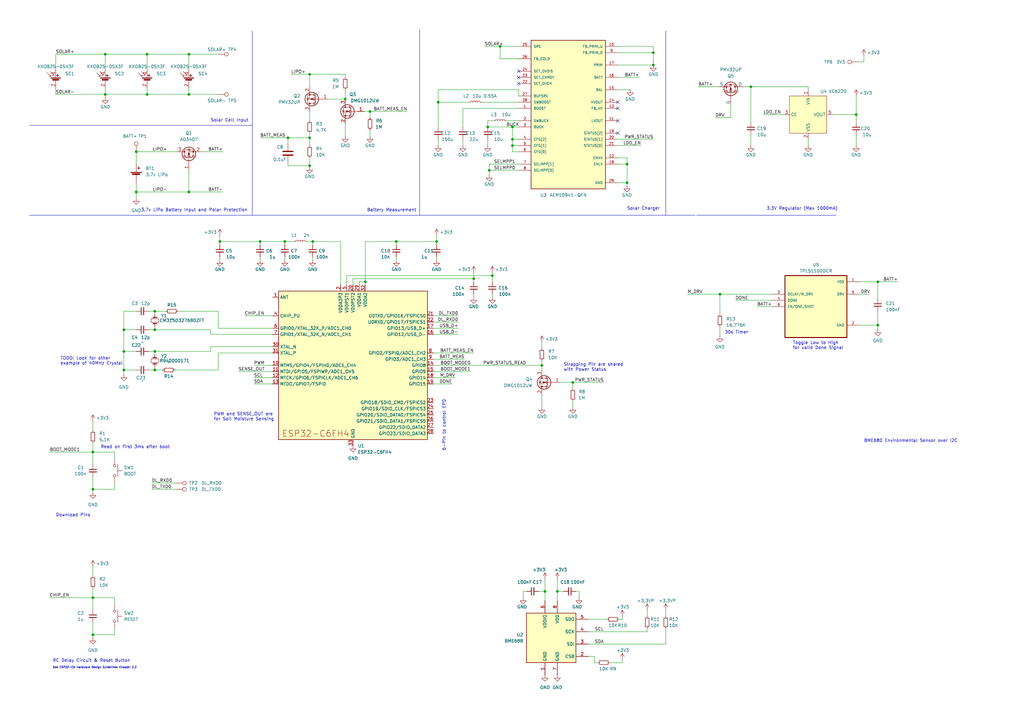
<source format=kicad_sch>
(kicad_sch (version 20230121) (generator eeschema)
  (paper "A3")
  (junction (at 351.155 46.99))
  (junction (at 205.105 19.05))
  (junction (at 77.47 38.735))
  (junction (at 106.68 99.06))
  (junction (at 210.185 52.07))
  (junction (at 127 56.515))
  (junction (at 77.47 78.74))
  (junction (at 90.17 99.06))
  (junction (at 141.605 40.64))
  (junction (at 257.175 67.31))
  (junction (at 222.25 149.86))
  (junction (at 151.765 45.72))
  (junction (at 201.93 113.03))
  (junction (at 118.11 56.515))
  (junction (at 200.025 52.07))
  (junction (at 267.97 26.67))
  (junction (at 38.1 260.35))
  (junction (at 179.705 41.91))
  (junction (at 127 30.48))
  (junction (at 60.325 38.735))
  (junction (at 63.5 127.635))
  (junction (at 38.1 185.42))
  (junction (at 295.275 120.65))
  (junction (at 50.8 144.145))
  (junction (at 43.18 38.735))
  (junction (at 128.27 99.06))
  (junction (at 210.185 57.15))
  (junction (at 360.045 115.57))
  (junction (at 63.5 135.255))
  (junction (at 200.66 69.85))
  (junction (at 116.84 99.06))
  (junction (at 210.185 59.69))
  (junction (at 63.5 144.145))
  (junction (at 223.52 242.57))
  (junction (at 55.88 78.74))
  (junction (at 38.1 245.11))
  (junction (at 127 67.945))
  (junction (at 60.325 22.225))
  (junction (at 50.8 151.765))
  (junction (at 228.6 242.57))
  (junction (at 257.175 74.93))
  (junction (at 149.86 115.57))
  (junction (at 63.5 151.765))
  (junction (at 360.045 133.35))
  (junction (at 234.95 156.845))
  (junction (at 267.97 21.59))
  (junction (at 179.07 99.06))
  (junction (at 307.975 35.56))
  (junction (at 194.31 114.3))
  (junction (at 38.1 200.66))
  (junction (at 162.56 99.06))
  (junction (at 50.8 135.255))
  (junction (at 77.47 22.225))
  (junction (at 55.88 62.23))
  (junction (at 43.18 22.225))
  (no_connect (at 253.365 44.45))
  (no_connect (at 253.365 54.61))
  (no_connect (at 253.365 41.91))
  (no_connect (at 212.725 29.21))
  (no_connect (at 212.725 34.29))
  (no_connect (at 253.365 49.53))
  (no_connect (at 212.725 31.75))
  (wire (pts (xy 38.1 185.42) (xy 38.1 190.5)))
  (wire (pts (xy 63.5 135.255) (xy 60.96 135.255)))
  (wire (pts (xy 205.105 19.05) (xy 205.105 24.13)))
  (wire (pts (xy 214.63 242.57) (xy 214.63 245.11)))
  (wire (pts (xy 304.8 35.56) (xy 307.975 35.56)))
  (wire (pts (xy 223.52 237.49) (xy 223.52 242.57)))
  (wire (pts (xy 50.8 127.635) (xy 50.8 135.255)))
  (wire (pts (xy 38.1 185.42) (xy 46.99 185.42)))
  (wire (pts (xy 46.99 198.12) (xy 46.99 200.66)))
  (wire (pts (xy 116.84 99.06) (xy 120.65 99.06)))
  (wire (pts (xy 210.185 59.69) (xy 210.185 57.15)))
  (wire (pts (xy 179.07 105.41) (xy 179.07 106.68)))
  (wire (pts (xy 63.5 144.145) (xy 63.5 145.415)))
  (wire (pts (xy 22.86 38.735) (xy 43.18 38.735)))
  (wire (pts (xy 43.18 36.195) (xy 43.18 38.735)))
  (wire (pts (xy 212.725 57.15) (xy 210.185 57.15)))
  (wire (pts (xy 234.95 156.845) (xy 234.95 159.385)))
  (wire (pts (xy 179.07 99.06) (xy 162.56 99.06)))
  (wire (pts (xy 273.05 264.16) (xy 273.05 257.81)))
  (wire (pts (xy 151.765 45.72) (xy 151.765 48.26)))
  (wire (pts (xy 253.365 21.59) (xy 267.97 21.59)))
  (wire (pts (xy 127 45.72) (xy 127 49.53)))
  (wire (pts (xy 116.84 105.41) (xy 116.84 106.68)))
  (wire (pts (xy 127 30.48) (xy 127 35.56)))
  (wire (pts (xy 253.365 74.93) (xy 257.175 74.93)))
  (wire (pts (xy 128.27 99.06) (xy 128.27 100.33)))
  (wire (pts (xy 60.325 36.195) (xy 60.325 38.735)))
  (wire (pts (xy 200.025 49.53) (xy 200.025 52.07)))
  (wire (pts (xy 212.725 59.69) (xy 210.185 59.69)))
  (wire (pts (xy 265.43 259.08) (xy 265.43 257.81)))
  (wire (pts (xy 72.39 200.66) (xy 62.23 200.66)))
  (wire (pts (xy 55.88 78.74) (xy 77.47 78.74)))
  (wire (pts (xy 212.725 36.83) (xy 179.705 36.83)))
  (polyline (pts (xy 103.505 12.7) (xy 103.505 51.435)))
  (wire (pts (xy 223.52 242.57) (xy 223.52 246.38)))
  (wire (pts (xy 162.56 105.41) (xy 162.56 106.68)))
  (wire (pts (xy 55.88 78.74) (xy 55.88 81.28)))
  (wire (pts (xy 90.17 105.41) (xy 90.17 106.68)))
  (wire (pts (xy 60.96 127.635) (xy 63.5 127.635)))
  (polyline (pts (xy 12.065 88.265) (xy 86.995 88.265)))
  (wire (pts (xy 139.7 99.06) (xy 128.27 99.06)))
  (wire (pts (xy 198.755 19.05) (xy 205.105 19.05)))
  (wire (pts (xy 86.36 137.16) (xy 86.36 135.255)))
  (wire (pts (xy 179.07 99.06) (xy 179.07 100.33)))
  (wire (pts (xy 116.84 99.06) (xy 106.68 99.06)))
  (wire (pts (xy 118.11 56.515) (xy 127 56.515)))
  (polyline (pts (xy 295.91 88.265) (xy 342.9 88.265)))
  (wire (pts (xy 90.17 99.06) (xy 106.68 99.06)))
  (wire (pts (xy 243.84 271.78) (xy 245.11 271.78)))
  (wire (pts (xy 72.39 198.12) (xy 62.23 198.12)))
  (wire (pts (xy 177.8 147.32) (xy 190.5 147.32)))
  (wire (pts (xy 38.1 185.42) (xy 38.1 181.61)))
  (wire (pts (xy 63.5 127.635) (xy 63.5 128.905)))
  (wire (pts (xy 200.025 52.07) (xy 210.185 52.07)))
  (polyline (pts (xy 285.75 88.265) (xy 295.91 88.265)))
  (wire (pts (xy 144.78 116.84) (xy 144.78 114.3)))
  (wire (pts (xy 247.65 156.845) (xy 234.95 156.845)))
  (wire (pts (xy 50.8 151.765) (xy 50.8 153.67)))
  (wire (pts (xy 60.325 22.225) (xy 60.325 28.575)))
  (wire (pts (xy 241.3 269.24) (xy 243.84 269.24)))
  (wire (pts (xy 55.88 74.93) (xy 55.88 78.74)))
  (wire (pts (xy 200.66 67.31) (xy 200.66 69.85)))
  (wire (pts (xy 179.07 96.52) (xy 179.07 99.06)))
  (wire (pts (xy 307.975 35.56) (xy 307.975 50.165)))
  (wire (pts (xy 293.37 48.26) (xy 299.72 48.26)))
  (wire (pts (xy 234.95 156.845) (xy 229.87 156.845)))
  (wire (pts (xy 177.8 134.62) (xy 187.96 134.62)))
  (wire (pts (xy 141.605 30.48) (xy 127 30.48)))
  (wire (pts (xy 38.1 260.35) (xy 38.1 261.62)))
  (wire (pts (xy 307.975 35.56) (xy 331.47 35.56)))
  (wire (pts (xy 234.95 164.465) (xy 234.95 167.005)))
  (wire (pts (xy 253.365 64.77) (xy 257.175 64.77)))
  (wire (pts (xy 149.86 115.57) (xy 149.86 116.84)))
  (wire (pts (xy 179.705 57.15) (xy 179.705 59.69)))
  (wire (pts (xy 351.155 46.99) (xy 351.155 50.165)))
  (wire (pts (xy 151.765 45.72) (xy 167.005 45.72)))
  (wire (pts (xy 43.18 22.225) (xy 60.325 22.225)))
  (wire (pts (xy 215.9 242.57) (xy 214.63 242.57)))
  (wire (pts (xy 63.5 151.765) (xy 60.96 151.765)))
  (wire (pts (xy 50.8 144.145) (xy 55.88 144.145)))
  (wire (pts (xy 46.99 185.42) (xy 46.99 187.96)))
  (wire (pts (xy 22.86 38.735) (xy 22.86 36.195)))
  (wire (pts (xy 286.385 35.56) (xy 294.64 35.56)))
  (wire (pts (xy 50.8 135.255) (xy 55.88 135.255)))
  (wire (pts (xy 310.515 125.73) (xy 316.865 125.73)))
  (wire (pts (xy 119.38 30.48) (xy 127 30.48)))
  (wire (pts (xy 301.625 123.19) (xy 316.865 123.19)))
  (wire (pts (xy 111.76 134.62) (xy 89.535 134.62)))
  (wire (pts (xy 210.185 52.07) (xy 212.725 52.07)))
  (wire (pts (xy 200.66 67.31) (xy 212.725 67.31)))
  (wire (pts (xy 104.14 157.48) (xy 111.76 157.48)))
  (wire (pts (xy 200.66 69.85) (xy 212.725 69.85)))
  (wire (pts (xy 134.62 40.64) (xy 141.605 40.64)))
  (wire (pts (xy 222.25 140.335) (xy 222.25 142.875)))
  (wire (pts (xy 63.5 144.145) (xy 86.36 144.145)))
  (wire (pts (xy 147.32 115.57) (xy 149.86 115.57)))
  (wire (pts (xy 360.045 127.635) (xy 360.045 133.35)))
  (wire (pts (xy 20.32 245.11) (xy 38.1 245.11)))
  (polyline (pts (xy 127.635 88.265) (xy 285.115 88.265)))
  (wire (pts (xy 255.27 252.73) (xy 255.27 254)))
  (wire (pts (xy 177.8 132.08) (xy 187.96 132.08)))
  (wire (pts (xy 118.11 56.515) (xy 118.11 59.055)))
  (wire (pts (xy 194.31 120.65) (xy 194.31 121.92)))
  (wire (pts (xy 104.14 149.86) (xy 111.76 149.86)))
  (wire (pts (xy 149.225 45.72) (xy 151.765 45.72)))
  (wire (pts (xy 255.27 270.51) (xy 255.27 271.78)))
  (wire (pts (xy 194.31 114.3) (xy 194.31 115.57)))
  (polyline (pts (xy 103.505 88.265) (xy 103.505 51.435)))
  (wire (pts (xy 200.025 57.15) (xy 200.025 59.69)))
  (wire (pts (xy 50.8 144.145) (xy 50.8 151.765)))
  (wire (pts (xy 118.11 67.945) (xy 127 67.945)))
  (wire (pts (xy 43.18 38.735) (xy 43.18 40.005)))
  (wire (pts (xy 351.155 55.245) (xy 351.155 59.69)))
  (wire (pts (xy 43.18 38.735) (xy 60.325 38.735)))
  (wire (pts (xy 243.84 269.24) (xy 243.84 271.78)))
  (wire (pts (xy 253.365 57.15) (xy 267.97 57.15)))
  (wire (pts (xy 77.47 22.225) (xy 89.535 22.225)))
  (wire (pts (xy 89.535 134.62) (xy 89.535 127.635)))
  (wire (pts (xy 38.1 172.72) (xy 38.1 176.53)))
  (wire (pts (xy 141.605 50.8) (xy 141.605 55.88)))
  (wire (pts (xy 77.47 38.735) (xy 89.535 38.735)))
  (wire (pts (xy 313.055 46.99) (xy 321.31 46.99)))
  (wire (pts (xy 352.425 133.35) (xy 360.045 133.35)))
  (wire (pts (xy 111.76 137.16) (xy 86.36 137.16)))
  (wire (pts (xy 50.8 135.255) (xy 50.8 144.145)))
  (wire (pts (xy 295.275 120.65) (xy 295.275 128.905)))
  (wire (pts (xy 210.185 52.07) (xy 210.185 57.15)))
  (wire (pts (xy 63.5 127.635) (xy 67.945 127.635)))
  (wire (pts (xy 352.425 120.65) (xy 356.87 120.65)))
  (wire (pts (xy 202.565 49.53) (xy 200.025 49.53)))
  (wire (pts (xy 228.6 237.49) (xy 228.6 242.57)))
  (wire (pts (xy 331.47 35.56) (xy 331.47 36.83)))
  (wire (pts (xy 341.63 46.99) (xy 351.155 46.99)))
  (wire (pts (xy 22.86 22.225) (xy 43.18 22.225)))
  (wire (pts (xy 127 64.77) (xy 127 67.945)))
  (polyline (pts (xy 12.065 51.435) (xy 103.505 51.435)))
  (wire (pts (xy 38.1 245.11) (xy 38.1 241.3)))
  (wire (pts (xy 237.49 242.57) (xy 237.49 245.11)))
  (wire (pts (xy 241.3 254) (xy 248.92 254)))
  (wire (pts (xy 55.88 62.23) (xy 72.39 62.23)))
  (wire (pts (xy 360.045 115.57) (xy 352.425 115.57)))
  (wire (pts (xy 201.93 113.03) (xy 201.93 115.57)))
  (wire (pts (xy 63.5 151.765) (xy 66.675 151.765)))
  (wire (pts (xy 139.7 99.06) (xy 139.7 116.84)))
  (wire (pts (xy 212.725 39.37) (xy 212.725 36.83)))
  (wire (pts (xy 331.47 57.15) (xy 331.47 59.69)))
  (wire (pts (xy 97.79 152.4) (xy 111.76 152.4)))
  (wire (pts (xy 77.47 78.74) (xy 91.44 78.74)))
  (wire (pts (xy 257.175 64.77) (xy 257.175 67.31)))
  (wire (pts (xy 127 54.61) (xy 127 56.515)))
  (wire (pts (xy 177.8 137.16) (xy 187.96 137.16)))
  (wire (pts (xy 60.325 38.735) (xy 77.47 38.735)))
  (wire (pts (xy 60.96 144.145) (xy 63.5 144.145)))
  (wire (pts (xy 212.725 44.45) (xy 189.865 44.45)))
  (wire (pts (xy 147.32 116.84) (xy 147.32 115.57)))
  (polyline (pts (xy 172.085 88.265) (xy 172.085 12.065)))
  (wire (pts (xy 142.24 116.84) (xy 142.24 113.03)))
  (wire (pts (xy 162.56 99.06) (xy 162.56 100.33)))
  (wire (pts (xy 295.275 120.65) (xy 316.865 120.65)))
  (wire (pts (xy 360.045 115.57) (xy 360.045 122.555)))
  (wire (pts (xy 205.105 19.05) (xy 212.725 19.05)))
  (wire (pts (xy 177.8 157.48) (xy 185.42 157.48)))
  (wire (pts (xy 90.17 99.06) (xy 90.17 100.33)))
  (wire (pts (xy 201.93 120.65) (xy 201.93 121.92)))
  (wire (pts (xy 63.5 135.255) (xy 86.36 135.255)))
  (wire (pts (xy 106.68 99.06) (xy 106.68 100.33)))
  (wire (pts (xy 197.485 41.91) (xy 212.725 41.91)))
  (wire (pts (xy 90.17 96.52) (xy 90.17 99.06)))
  (wire (pts (xy 177.8 144.78) (xy 194.31 144.78)))
  (wire (pts (xy 241.3 259.08) (xy 265.43 259.08)))
  (wire (pts (xy 201.93 113.03) (xy 201.93 111.76)))
  (wire (pts (xy 141.605 36.83) (xy 141.605 40.64)))
  (wire (pts (xy 43.18 22.225) (xy 43.18 28.575)))
  (wire (pts (xy 212.725 62.23) (xy 210.185 62.23)))
  (wire (pts (xy 253.365 31.75) (xy 262.255 31.75)))
  (wire (pts (xy 111.76 144.78) (xy 89.535 144.78)))
  (wire (pts (xy 111.76 142.24) (xy 86.36 142.24)))
  (wire (pts (xy 149.86 99.06) (xy 162.56 99.06)))
  (wire (pts (xy 177.8 129.54) (xy 187.96 129.54)))
  (wire (pts (xy 212.725 24.13) (xy 205.105 24.13)))
  (wire (pts (xy 77.47 69.85) (xy 77.47 78.74)))
  (wire (pts (xy 38.1 200.66) (xy 38.1 201.93)))
  (polyline (pts (xy 86.995 88.265) (xy 127.635 88.265)))
  (wire (pts (xy 222.25 161.925) (xy 222.25 167.005)))
  (wire (pts (xy 222.25 149.86) (xy 222.25 151.765)))
  (wire (pts (xy 127 67.945) (xy 127 68.58)))
  (wire (pts (xy 38.1 245.11) (xy 46.99 245.11)))
  (wire (pts (xy 360.045 133.35) (xy 360.045 135.255)))
  (wire (pts (xy 149.86 99.06) (xy 149.86 115.57)))
  (wire (pts (xy 295.275 133.985) (xy 295.275 137.795)))
  (wire (pts (xy 351.79 25.4) (xy 354.33 25.4)))
  (wire (pts (xy 281.94 120.65) (xy 295.275 120.65)))
  (wire (pts (xy 177.8 149.86) (xy 222.25 149.86)))
  (wire (pts (xy 222.25 147.955) (xy 222.25 149.86)))
  (wire (pts (xy 179.705 41.91) (xy 179.705 52.07)))
  (wire (pts (xy 228.6 242.57) (xy 231.14 242.57)))
  (wire (pts (xy 189.865 57.15) (xy 189.865 59.69)))
  (wire (pts (xy 125.73 99.06) (xy 128.27 99.06)))
  (wire (pts (xy 179.705 41.91) (xy 192.405 41.91)))
  (wire (pts (xy 253.365 59.69) (xy 262.89 59.69)))
  (wire (pts (xy 368.3 115.57) (xy 360.045 115.57)))
  (wire (pts (xy 257.175 67.31) (xy 257.175 74.93)))
  (wire (pts (xy 241.3 264.16) (xy 273.05 264.16)))
  (wire (pts (xy 144.78 114.3) (xy 194.31 114.3)))
  (wire (pts (xy 255.27 254) (xy 254 254)))
  (wire (pts (xy 179.705 36.83) (xy 179.705 41.91)))
  (wire (pts (xy 127 56.515) (xy 127 59.69)))
  (wire (pts (xy 73.025 127.635) (xy 89.535 127.635)))
  (wire (pts (xy 46.99 200.66) (xy 38.1 200.66)))
  (wire (pts (xy 100.33 129.54) (xy 111.76 129.54)))
  (wire (pts (xy 55.88 62.23) (xy 55.88 67.31)))
  (wire (pts (xy 299.72 43.18) (xy 299.72 48.26)))
  (wire (pts (xy 354.33 25.4) (xy 354.33 22.86)))
  (wire (pts (xy 50.8 127.635) (xy 55.88 127.635)))
  (wire (pts (xy 71.755 151.765) (xy 89.535 151.765)))
  (wire (pts (xy 210.185 62.23) (xy 210.185 59.69)))
  (wire (pts (xy 77.47 36.195) (xy 77.47 38.735)))
  (wire (pts (xy 20.32 185.42) (xy 38.1 185.42)))
  (wire (pts (xy 228.6 242.57) (xy 228.6 246.38)))
  (wire (pts (xy 46.99 260.35) (xy 38.1 260.35)))
  (wire (pts (xy 253.365 36.83) (xy 258.445 36.83)))
  (wire (pts (xy 63.5 150.495) (xy 63.5 151.765)))
  (wire (pts (xy 200.66 71.755) (xy 200.66 69.85)))
  (wire (pts (xy 253.365 26.67) (xy 267.97 26.67)))
  (wire (pts (xy 106.68 56.515) (xy 118.11 56.515)))
  (wire (pts (xy 77.47 22.225) (xy 77.47 28.575)))
  (wire (pts (xy 46.99 257.81) (xy 46.99 260.35)))
  (wire (pts (xy 106.68 105.41) (xy 106.68 106.68)))
  (wire (pts (xy 50.8 151.765) (xy 55.88 151.765)))
  (wire (pts (xy 38.1 255.27) (xy 38.1 260.35)))
  (wire (pts (xy 351.155 39.37) (xy 351.155 46.99)))
  (wire (pts (xy 46.99 245.11) (xy 46.99 247.65)))
  (wire (pts (xy 265.43 250.19) (xy 265.43 252.73)))
  (wire (pts (xy 151.765 53.34) (xy 151.765 55.88)))
  (wire (pts (xy 253.365 67.31) (xy 257.175 67.31)))
  (wire (pts (xy 307.975 55.245) (xy 307.975 59.69)))
  (wire (pts (xy 38.1 195.58) (xy 38.1 200.66)))
  (wire (pts (xy 60.325 22.225) (xy 77.47 22.225)))
  (wire (pts (xy 63.5 133.985) (xy 63.5 135.255)))
  (polyline (pts (xy 273.05 12.7) (xy 273.05 88.265)))
  (wire (pts (xy 207.645 49.53) (xy 212.725 49.53)))
  (wire (pts (xy 89.535 144.78) (xy 89.535 151.765)))
  (wire (pts (xy 273.05 250.19) (xy 273.05 252.73)))
  (wire (pts (xy 142.24 113.03) (xy 201.93 113.03)))
  (wire (pts (xy 38.1 245.11) (xy 38.1 250.19)))
  (wire (pts (xy 255.27 271.78) (xy 250.19 271.78)))
  (wire (pts (xy 38.1 232.41) (xy 38.1 236.22)))
  (wire (pts (xy 116.84 100.33) (xy 116.84 99.06)))
  (wire (pts (xy 128.27 105.41) (xy 128.27 106.68)))
  (wire (pts (xy 189.865 44.45) (xy 189.865 52.07)))
  (wire (pts (xy 236.22 242.57) (xy 237.49 242.57)))
  (wire (pts (xy 267.97 21.59) (xy 267.97 26.67)))
  (wire (pts (xy 253.365 19.05) (xy 267.97 19.05)))
  (wire (pts (xy 118.11 66.675) (xy 118.11 67.945)))
  (wire (pts (xy 194.31 111.76) (xy 194.31 114.3)))
  (wire (pts (xy 267.97 19.05) (xy 267.97 21.59)))
  (wire (pts (xy 177.8 152.4) (xy 193.04 152.4)))
  (wire (pts (xy 86.36 142.24) (xy 86.36 144.145)))
  (wire (pts (xy 223.52 242.57) (xy 220.98 242.57)))
  (wire (pts (xy 141.605 31.75) (xy 141.605 30.48)))
  (wire (pts (xy 177.8 154.94) (xy 186.69 154.94)))
  (wire (pts (xy 104.14 154.94) (xy 111.76 154.94)))
  (wire (pts (xy 22.86 22.225) (xy 22.86 28.575)))
  (wire (pts (xy 82.55 62.23) (xy 91.44 62.23)))
  (wire (pts (xy 257.175 74.93) (xy 257.175 76.2)))
  (text "Download Pins" (at 22.86 212.09 0) (effects (font (size 1.27 1.27)) (justify left bottom)))
  (text "30s Timer" (at 297.18 137.16 0) (effects (font (size 1.27 1.27)) (justify left bottom)))
  (text "See ESP32-C6 Hardware Design Guidelines Chapter 2.2" (at 21.59 274.32 0) (effects (font (size 0.8 0.8)) (justify left bottom)))
  (text "Read on first 3ms after boot" (at 41.275 184.15 0) (effects (font (size 1.27 1.27)) (justify left bottom)))
  (text "Battery Measurement" (at 150.495 86.995 0) (effects (font (size 1.27 1.27)) (justify left bottom)))
  (text "TODO: Look for other \nexample of 40MHz Crystal" (at 24.765 149.86 0) (effects (font (size 1.27 1.27)) (justify left bottom)))
  (text "3.3V Regulator (Max 1000mA)" (at 314.325 86.36 0) (effects (font (size 1.27 1.27)) (justify left bottom)))
  (text "BME680 Environmental Sensor over I2C" (at 354.33 181.61 0) (effects (font (size 1.27 1.27)) (justify left bottom)))
  (text "RC Delay Circuit & Reset Button" (at 21.59 271.78 0) (effects (font (size 1.27 1.27)) (justify left bottom)))
  (text "3.7v LiPo Battery Input and Polar Protection" (at 57.785 86.995 0) (effects (font (size 1.27 1.27)) (justify left bottom)))
  (text "Strapping Pin are shared \nwith Power Status" (at 231.14 152.4 0) (effects (font (size 1.27 1.27)) (justify left bottom)))
  (text "Solar Cell Input" (at 86.36 50.165 0) (effects (font (size 1.27 1.27)) (justify left bottom)))
  (text "Toggle Low to High \nfor valid Done Signal" (at 325.12 143.51 0) (effects (font (size 1.27 1.27)) (justify left bottom)))
  (text "PWM and SENSE_OUT are \nfor Soil Moisture Sensing" (at 87.63 172.72 0) (effects (font (size 1.27 1.27)) (justify left bottom)))
  (text "Solar Charger" (at 257.175 86.36 0) (effects (font (size 1.27 1.27)) (justify left bottom)))
  (text "6-Pin to control EPD" (at 182.88 163.83 90) (effects (font (size 1.27 1.27)) (justify right bottom)))
  (label "BATT+" (at 262.255 31.75 180))
  (label "BOOT_MODE1" (at 20.32 185.42 0))
  (label "SENSE_OUT" (at 97.79 152.4 0))
  (label "USB_D-" (at 187.96 137.16 180))
  (label "PWR_STATUS" (at 247.65 156.845 180))
  (label "SOLAR-" (at 22.86 38.735 0))
  (label "BATT-" (at 91.44 78.74 180))
  (label "DL_TXD0" (at 62.23 200.66 0))
  (label "PWM" (at 104.14 149.86 0))
  (label "PWR_STATUS_READ" (at 198.12 149.86 0))
  (label "BATT+" (at 368.3 115.57 180))
  (label "SCL" (at 104.14 154.94 0))
  (label "M_DRV" (at 281.94 120.65 0))
  (label "DONE" (at 185.42 157.48 180))
  (label "LIPO+" (at 68.58 62.23 180))
  (label "LIPO+" (at 119.38 30.48 0))
  (label "SDA" (at 247.65 264.16 180))
  (label "USB_D+" (at 187.96 134.62 180))
  (label "BATT_MEAS_EN" (at 167.005 45.72 180))
  (label "BOOT_MODE0" (at 193.04 149.86 180))
  (label "BATT+" (at 91.44 62.23 180))
  (label "LIPO-" (at 68.58 78.74 180))
  (label "BATT+" (at 286.385 35.56 0))
  (label "DL_TXD0" (at 187.96 129.54 180))
  (label "BATT_MEAS_EN" (at 194.31 144.78 180))
  (label "DL_RXD0" (at 62.23 198.12 0))
  (label "PWR_STATUS" (at 267.97 57.15 180))
  (label "CHIP_EN" (at 20.32 245.11 0))
  (label "DRV" (at 356.87 120.65 180))
  (label "SDA" (at 104.14 157.48 0))
  (label "LDO_EN" (at 262.89 59.69 180))
  (label "SCL" (at 247.65 259.08 180))
  (label "BATT+" (at 310.515 125.73 0))
  (label "SOLAR+" (at 22.86 22.225 0))
  (label "BATT_MEAS" (at 106.68 56.515 0))
  (label "DRV" (at 293.37 48.26 0))
  (label "LDO_EN" (at 313.055 46.99 0))
  (label "DONE" (at 301.625 123.19 0))
  (label "DL_RXD0" (at 187.96 132.08 180))
  (label "BUCK" (at 207.645 52.07 0))
  (label "BOOT_MODE1" (at 193.04 152.4 180))
  (label "CHIP_EN" (at 100.33 129.54 0))
  (label "M_DRV" (at 186.69 154.94 180))
  (label "SOLAR+" (at 198.755 19.05 0))
  (label "SELMPP1" (at 202.565 67.31 0))
  (label "SELMPP0" (at 202.565 69.85 0))
  (label "BATT_MEAS" (at 190.5 147.32 180))
  (symbol (lib_id "power:GND") (at 200.66 71.755 0) (unit 1)
    (property "Reference" "#PWR025" (effects hide))
    (property "Value" "GND" (at 200.66 75.565 0))
  )
  (symbol (lib_id "Device:C_Small") (at 58.42 144.145 90) (unit 1)
    (property "Reference" "C22" (at 55.88 141.605 90))
    (property "Value" "~" (at 58.4263 140.335 90))
  )
  (symbol (lib_name "Solar_Cell_1") (lib_id "Device:Solar_Cell") (at 60.325 33.655 0) (unit 1)
    (property "Reference" "SC3" (at 64.135 30.2259 0) (effects (justify left)))
    (property "Value" "KXOB25-05X3F" (at 52.705 27.305 0) (effects (justify left)))
    (property "Footprint" "Teapot:KXOB25-05X3F" (effects hide))
  )
  (symbol (lib_id "power:+3V3") (at 194.31 111.76 0) (unit 1)
    (property "Reference" "#PWR022" (effects hide))
    (property "Value" "+3V3" (at 193.04 110.49 0) (effects (justify right)))
  )
  (symbol (lib_id "Device:C_Small") (at 233.68 242.57 270) (unit 1)
    (property "Reference" "C18" (at 233.68 238.76 90) (effects (justify right)))
    (property "Value" "100nF" (at 240.03 238.76 90) (effects (justify right)))
    (property "Footprint" "Capacitor_SMD:C_0603_1608Metric_Pad1.08x0.95mm_HandSolder" (effects hide))
  )
  (symbol (lib_id "Device:L_Small") (at 194.945 41.91 90) (unit 1)
    (property "Reference" "L2" (at 191.135 39.37 90))
    (property "Value" "10u 0.55A" (at 198.755 39.37 90))
    (property "Footprint" "Teapot:IND_LPS4012-103MRB" (effects hide))
    (property "Datasheet" "https://www.mouser.com/datasheet/2/597/lps4012-1890589.pdf" (effects hide))
    (property "Mouser" "https://www.mouser.com/ProductDetail/Coilcraft/LPS4012-103MRC?qs=QQJxVsr8EGanxcNaj8pdMQ%3D%3D" (effects hide))
  )
  (symbol (lib_id "Device:L_Small") (at 123.19 99.06 90) (unit 1)
    (property "Reference" "L1" (at 120.65 96.52 90))
    (property "Value" "2n" (at 125.73 96.52 90))
    (property "Footprint" "Inductor_SMD:L_0603_1608Metric_Pad1.05x0.95mm_HandSolder" (effects hide))
    (property "Datasheet" "https://product.tdk.com/system/files/dam/doc/product/inductor/inductor/smd/catalog/inductor_commercial_decoupling_mlz1608_en.pdf" (effects hide))
    (property "Mouser" "https://www.mouser.com/ProductDetail/TDK/MLZ1608M100WT000?qs=%2FPzWLGNeQ%252BhHN1hJXc9KlA%3D%3D" (effects hide))
  )
  (symbol (lib_id "Switch:SW_Push") (at 46.99 193.04 270) (unit 1)
    (property "Reference" "SW1" (at 50.8 191.77 90) (effects (justify left)))
    (property "Value" "BOOT" (at 50.8 194.31 90) (effects (justify left)))
  )
  (symbol (lib_id "power:GND") (at 228.6 276.86 0) (unit 1)
    (property "Reference" "#PWR034" (effects hide))
    (property "Value" "GND" (at 228.6 281.94 0))
  )
  (symbol (lib_id "Device:Q_NMOS_GSD") (at 144.145 45.72 0) (mirror y) (unit 1)
    (property "Reference" "Q3" (at 146.05 38.735 0) (effects (justify left)))
    (property "Value" "DMG1012UW" (at 155.575 41.275 0) (effects (justify left)))
    (property "Footprint" "Package_TO_SOT_SMD:SOT-323_SC-70" (effects hide))
  )
  (symbol (lib_id "power:GND") (at 214.63 245.11 0) (unit 1)
    (property "Reference" "#PWR028" (effects hide))
    (property "Value" "GND" (at 212.09 248.92 0) (effects (justify left)))
  )
  (symbol (lib_id "Connector:TestPoint") (at 89.535 38.735 270) (unit 1)
    (property "Reference" "TP5" (at 95.25 41.275 90))
    (property "Value" "SOLAR-" (at 88.9 41.275 90))
    (property "Footprint" "TestPoint:TestPoint_Pad_D1.5mm" (effects hide))
  )
  (symbol (lib_id "power:GND") (at 234.95 167.005 0) (mirror y) (unit 1)
    (property "Reference" "#PWR035" (effects hide))
    (property "Value" "GND" (at 234.95 170.815 0))
  )
  (symbol (lib_id "Device:C_Small") (at 162.56 102.87 0) (mirror y) (unit 1)
    (property "Reference" "C10" (at 156.21 102.87 0) (effects (justify right)))
    (property "Value" "10n" (at 156.21 105.41 0) (effects (justify right)))
    (property "Footprint" "Capacitor_SMD:C_0603_1608Metric_Pad1.08x0.95mm_HandSolder" (effects hide))
    (property "Datasheet" "https://product.tdk.com/system/files/dam/doc/product/capacitor/ceramic/mlcc/catalog/mlcc_commercial_general_en.pdf" (effects hide))
    (property "Mouser" "https://www.mouser.com/ProductDetail/Murata-Electronics/GRM188R61A226ME15D?qs=eeBpzGFlv%252B8DV%2FrilzyhAw%3D%3D&gclid=Cj0KCQjwn4qWBhCvARIsAFNAMijttFPRtrXWYJjjdc3F7Yr8ZlLfo9gaIVHNlfh9bZOT-ul2jVOpdVYaAk1sEALw_wcB" (effects hide))
  )
  (symbol (lib_id "Device:R_Small") (at 127 62.23 0) (unit 1)
    (property "Reference" "R4" (at 129.54 60.9599 0) (effects (justify left)))
    (property "Value" "10K" (at 129.54 63.4999 0) (effects (justify left)))
    (property "Footprint" "Resistor_SMD:R_0603_1608Metric" (effects hide))
  )
  (symbol (lib_id "Device:Q_NMOS_GSD") (at 224.79 156.845 0) (mirror y) (unit 1)
    (property "Reference" "Q4" (at 218.44 155.5749 0) (effects (justify left)))
    (property "Value" "DMG1012UW" (at 218.44 158.1149 0) (effects (justify left)))
    (property "Footprint" "Package_TO_SOT_SMD:SOT-323_SC-70" (effects hide))
  )
  (symbol (lib_id "Connector:TestPoint") (at 89.535 22.225 270) (unit 1)
    (property "Reference" "TP4" (at 95.25 20.32 90))
    (property "Value" "SOLAR+" (at 88.9 20.32 90))
    (property "Footprint" "TestPoint:TestPoint_Pad_D1.5mm" (effects hide))
  )
  (symbol (lib_id "Connector:TestPoint") (at 55.88 62.23 0) (unit 1)
    (property "Reference" "TP1" (at 58.42 55.88 0))
    (property "Value" "BATT+" (at 53.34 55.88 0))
    (property "Footprint" "TestPoint:TestPoint_Pad_D1.5mm" (effects hide))
  )
  (symbol (lib_id "Device:C_Small") (at 58.42 135.255 90) (mirror x) (unit 1)
    (property "Reference" "C4" (at 55.245 138.43 90))
    (property "Value" "12p" (at 59.69 138.43 90))
  )
  (symbol (lib_id "Sensor:BME680") (at 226.06 261.62 0) (unit 1)
    (property "Reference" "U2" (at 214.63 260.35 0) (effects (justify right)))
    (property "Value" "BME688" (at 214.63 262.89 0) (effects (justify right)))
    (property "Footprint" "Teapot:BME680-PSON80P300X300X100-8N" (effects hide))
    (property "Datasheet" "https://ae-bst.resource.bosch.com/media/_tech/media/datasheets/BST-BME680-DS001.pdf" (effects hide))
  )
  (symbol (lib_id "Device:C_Small") (at 106.68 102.87 0) (unit 1)
    (property "Reference" "C6" (at 111.76 102.87 0) (effects (justify right)))
    (property "Value" "1u" (at 113.03 105.41 0) (effects (justify right)))
    (property "Footprint" "Capacitor_SMD:C_0603_1608Metric_Pad1.08x0.95mm_HandSolder" (effects hide))
    (property "Datasheet" "https://product.tdk.com/system/files/dam/doc/product/capacitor/ceramic/mlcc/catalog/mlcc_commercial_general_en.pdf" (effects hide))
    (property "Mouser" "https://www.mouser.com/ProductDetail/Murata-Electronics/GRM188R61A226ME15D?qs=eeBpzGFlv%252B8DV%2FrilzyhAw%3D%3D&gclid=Cj0KCQjwn4qWBhCvARIsAFNAMijttFPRtrXWYJjjdc3F7Yr8ZlLfo9gaIVHNlfh9bZOT-ul2jVOpdVYaAk1sEALw_wcB" (effects hide))
  )
  (symbol (lib_id "Device:R_Small") (at 273.05 255.27 0) (unit 1)
    (property "Reference" "R12" (at 274.32 254 0) (effects (justify left)))
    (property "Value" "10K" (at 274.32 256.54 0) (effects (justify left)))
    (property "Footprint" "Resistor_SMD:R_0603_1608Metric" (effects hide))
  )
  (symbol (lib_id "power:GND") (at 128.27 106.68 0) (unit 1)
    (property "Reference" "#PWR013" (effects hide))
    (property "Value" "GND" (at 128.27 110.49 0))
  )
  (symbol (lib_id "power:GND") (at 331.47 59.69 0) (unit 1)
    (property "Reference" "#PWR046" (effects hide))
    (property "Value" "GND" (at 331.47 63.5 0))
  )
  (symbol (lib_id "power:+3V3") (at 255.27 252.73 0) (mirror y) (unit 1)
    (property "Reference" "#PWR037" (effects hide))
    (property "Value" "+3V3" (at 252.73 248.92 0) (effects (justify right)))
  )
  (symbol (lib_id "Device:R_Small") (at 127 52.07 0) (unit 1)
    (property "Reference" "R3" (at 129.54 50.7999 0) (effects (justify left)))
    (property "Value" "4.7K" (at 129.54 53.3399 0) (effects (justify left)))
    (property "Footprint" "Resistor_SMD:R_0603_1608Metric" (effects hide))
  )
  (symbol (lib_name "Solar_Cell_1") (lib_id "Device:Solar_Cell") (at 22.86 33.655 0) (unit 1)
    (property "Reference" "SC1" (at 26.67 30.2259 0) (effects (justify left)))
    (property "Value" "KXOB25-05X3F" (at 15.24 27.305 0) (effects (justify left)))
    (property "Footprint" "Teapot:KXOB25-05X3F" (effects hide))
  )
  (symbol (lib_id "Device:C_Small") (at 128.27 102.87 0) (unit 1)
    (property "Reference" "C9" (at 133.35 102.87 0) (effects (justify right)))
    (property "Value" "100n" (at 134.62 105.41 0) (effects (justify right)))
    (property "Footprint" "Capacitor_SMD:C_0603_1608Metric_Pad1.08x0.95mm_HandSolder" (effects hide))
    (property "Datasheet" "https://product.tdk.com/system/files/dam/doc/product/capacitor/ceramic/mlcc/catalog/mlcc_commercial_general_en.pdf" (effects hide))
    (property "Mouser" "https://www.mouser.com/ProductDetail/Murata-Electronics/GRM188R61A226ME15D?qs=eeBpzGFlv%252B8DV%2FrilzyhAw%3D%3D&gclid=Cj0KCQjwn4qWBhCvARIsAFNAMijttFPRtrXWYJjjdc3F7Yr8ZlLfo9gaIVHNlfh9bZOT-ul2jVOpdVYaAk1sEALw_wcB" (effects hide))
  )
  (symbol (lib_id "cwlr1a:TPL5110DDCR") (at 334.645 125.73 0) (unit 1)
    (property "Reference" "U5" (at 334.645 108.585 0))
    (property "Value" "TPL5110DDCR" (at 334.645 111.125 0))
    (property "Footprint" "Teapot:SOT95P280X110-6N" (effects hide))
  )
  (symbol (lib_id "power:GND") (at 201.93 121.92 0) (unit 1)
    (property "Reference" "#PWR027" (effects hide))
    (property "Value" "GND" (at 201.93 125.73 0))
  )
  (symbol (lib_id "Connector:TestPoint") (at 72.39 200.66 270) (unit 1)
    (property "Reference" "TP3" (at 77.47 200.66 90) (effects (justify left)))
    (property "Value" "DL_TXD0" (at 82.55 200.66 90) (effects (justify left)))
  )
  (symbol (lib_id "power:GND") (at 127 68.58 0) (unit 1)
    (property "Reference" "#PWR012" (effects hide))
    (property "Value" "GND" (at 127 72.39 0))
  )
  (symbol (lib_id "Device:R_Small") (at 222.25 145.415 0) (unit 1)
    (property "Reference" "R7" (at 224.79 144.145 0) (effects (justify left)))
    (property "Value" "10K" (at 224.79 146.685 0) (effects (justify left)))
  )
  (symbol (lib_id "power:+3.3VP") (at 265.43 250.19 0) (unit 1)
    (property "Reference" "#PWR041" (effects hide))
    (property "Value" "+3.3VP" (at 264.795 246.38 0))
  )
  (symbol (lib_id "Connector:TestPoint") (at 72.39 198.12 270) (unit 1)
    (property "Reference" "TP2" (at 77.47 198.12 90) (effects (justify left)))
    (property "Value" "DL_RXD0" (at 82.55 198.12 90) (effects (justify left)))
  )
  (symbol (lib_id "Device:R_Small") (at 247.65 271.78 270) (mirror x) (unit 1)
    (property "Reference" "R9" (at 251.46 274.32 90))
    (property "Value" "10K" (at 247.65 274.32 90))
    (property "Footprint" "Resistor_SMD:R_0603_1608Metric_Pad0.98x0.95mm_HandSolder" (effects hide))
  )
  (symbol (lib_id "power:GND") (at 179.705 59.69 0) (unit 1)
    (property "Reference" "#PWR020" (effects hide))
    (property "Value" "GND" (at 179.705 63.5 0))
  )
  (symbol (lib_id "Device:C_Small") (at 58.42 151.765 90) (mirror x) (unit 1)
    (property "Reference" "C23" (at 57.785 154.94 90))
    (property "Value" "~" (at 58.4263 156.21 90))
  )
  (symbol (lib_id "Device:Q_PMOS_GSD") (at 77.47 64.77 90) (unit 1)
    (property "Reference" "Q1" (at 77.47 54.61 90))
    (property "Value" "AO3407" (at 77.47 57.15 90))
    (property "Footprint" "Package_TO_SOT_SMD:SOT-23" (effects hide))
  )
  (symbol (lib_id "Teapot:XC6220") (at 331.47 39.37 0) (unit 1)
    (property "Reference" "U4" (at 337.82 37.465 0))
    (property "Value" "XC6220" (at 343.535 37.465 0))
    (property "Footprint" "Package_TO_SOT_SMD:SOT-23-5" (effects hide))
    (property "Datasheet" "https://www.mouser.com/datasheet/2/760/TOSL_S_A0009829727_1-2575077.pdf" (effects hide))
  )
  (symbol (lib_id "power:+3V3") (at 38.1 172.72 0) (mirror y) (unit 1)
    (property "Reference" "#PWR01" (effects hide))
    (property "Value" "+3V3" (at 39.37 171.45 0) (effects (justify right)))
  )
  (symbol (lib_id "Device:C_Small") (at 360.045 125.095 0) (unit 1)
    (property "Reference" "C21" (at 363.22 124.4663 0) (effects (justify left)))
    (property "Value" "100nF" (at 363.22 127.0063 0) (effects (justify left)))
    (property "Footprint" "Capacitor_SMD:C_0603_1608Metric" (effects hide))
  )
  (symbol (lib_name "GND_1") (lib_id "power:GND") (at 38.1 201.93 0) (unit 1)
    (property "Reference" "#PWR02" (effects hide))
    (property "Value" "GND" (at 38.1 207.01 0))
  )
  (symbol (lib_id "Device:C_Small") (at 179.07 102.87 0) (mirror y) (unit 1)
    (property "Reference" "C11" (at 173.99 102.87 0) (effects (justify right)))
    (property "Value" "1u" (at 172.72 105.41 0) (effects (justify right)))
    (property "Footprint" "Capacitor_SMD:C_0603_1608Metric_Pad1.08x0.95mm_HandSolder" (effects hide))
    (property "Datasheet" "https://product.tdk.com/system/files/dam/doc/product/capacitor/ceramic/mlcc/catalog/mlcc_commercial_general_en.pdf" (effects hide))
    (property "Mouser" "https://www.mouser.com/ProductDetail/Murata-Electronics/GRM188R61A226ME15D?qs=eeBpzGFlv%252B8DV%2FrilzyhAw%3D%3D&gclid=Cj0KCQjwn4qWBhCvARIsAFNAMijttFPRtrXWYJjjdc3F7Yr8ZlLfo9gaIVHNlfh9bZOT-ul2jVOpdVYaAk1sEALw_wcB" (effects hide))
  )
  (symbol (lib_id "Device:C_Small") (at 194.31 118.11 0) (unit 1)
    (property "Reference" "C14" (at 190.5 118.11 0) (effects (justify right)))
    (property "Value" "100n" (at 190.5 120.65 0) (effects (justify right)))
    (property "Footprint" "Capacitor_SMD:C_0603_1608Metric_Pad1.08x0.95mm_HandSolder" (effects hide))
    (property "Datasheet" "https://product.tdk.com/system/files/dam/doc/product/capacitor/ceramic/mlcc/catalog/mlcc_commercial_general_en.pdf" (effects hide))
    (property "Mouser" "https://www.mouser.com/ProductDetail/Murata-Electronics/GRM188R61A226ME15D?qs=eeBpzGFlv%252B8DV%2FrilzyhAw%3D%3D&gclid=Cj0KCQjwn4qWBhCvARIsAFNAMijttFPRtrXWYJjjdc3F7Yr8ZlLfo9gaIVHNlfh9bZOT-ul2jVOpdVYaAk1sEALw_wcB" (effects hide))
  )
  (symbol (lib_id "Device:C_Small") (at 58.42 127.635 90) (unit 1)
    (property "Reference" "C3" (at 55.245 124.46 90))
    (property "Value" "12p" (at 59.69 124.46 90))
  )
  (symbol (lib_id "power:GND") (at 151.765 55.88 0) (mirror y) (unit 1)
    (property "Reference" "#PWR016" (effects hide))
    (property "Value" "GND" (at 151.765 59.69 0))
  )
  (symbol (lib_id "power:GND") (at 50.8 153.67 0) (unit 1)
    (property "Reference" "#PWR051" (effects hide))
    (property "Value" "GND" (at 50.8 158.75 0))
  )
  (symbol (lib_id "Switch:SW_Push") (at 46.99 252.73 270) (unit 1)
    (property "Reference" "SW2" (at 50.8 251.46 90) (effects (justify left)))
    (property "Value" "RESET" (at 50.8 254 90) (effects (justify left)))
  )
  (symbol (lib_id "power:GND") (at 116.84 106.68 0) (unit 1)
    (property "Reference" "#PWR011" (effects hide))
    (property "Value" "GND" (at 116.84 110.49 0))
  )
  (symbol (lib_id "power:GND") (at 179.07 106.68 0) (mirror y) (unit 1)
    (property "Reference" "#PWR019" (effects hide))
    (property "Value" "GND" (at 179.07 110.49 0))
  )
  (symbol (lib_id "Device:Crystal_Small") (at 63.5 131.445 90) (unit 1)
    (property "Reference" "Y1" (at 66.04 129.54 90) (effects (justify right)))
    (property "Value" "CM315D32768DZFT" (at 65.405 131.445 90) (effects (justify right)))
  )
  (symbol (lib_id "Simulation_SPICE:PMOS") (at 299.72 38.1 270) (mirror x) (unit 1)
    (property "Reference" "Q5" (at 299.72 31.115 90))
    (property "Value" "PMV32UP" (at 299.72 28.575 90))
    (property "Footprint" "Package_TO_SOT_SMD:SOT-23" (effects hide))
    (property "Datasheet" "https://ngspice.sourceforge.io/docs/ngspice-manual.pdf" (effects hide))
    (property "Sim.Device" "PMOS" (effects hide))
    (property "Sim.Type" "VDMOS" (effects hide))
    (property "Sim.Pins" "1=D 2=G 3=S" (effects hide))
  )
  (symbol (lib_id "Device:R_Small") (at 234.95 161.925 0) (mirror y) (unit 1)
    (property "Reference" "R8" (at 240.03 160.655 0) (effects (justify left)))
    (property "Value" "1M" (at 240.03 163.195 0) (effects (justify left)))
    (property "Footprint" "Resistor_SMD:R_0603_1608Metric_Pad0.98x0.95mm_HandSolder" (effects hide))
  )
  (symbol (lib_id "Device:R_Small") (at 141.605 34.29 0) (mirror y) (unit 1)
    (property "Reference" "R5" (at 139.065 33.0199 0) (effects (justify left)))
    (property "Value" "1M" (at 139.065 35.5599 0) (effects (justify left)))
    (property "Footprint" "Resistor_SMD:R_0603_1608Metric" (effects hide))
  )
  (symbol (lib_id "Device:L_Small") (at 205.105 49.53 90) (unit 1)
    (property "Reference" "L3" (at 202.565 46.99 90))
    (property "Value" "10u" (at 207.645 46.99 90))
    (property "Footprint" "Inductor_SMD:L_0603_1608Metric_Pad1.05x0.95mm_HandSolder" (effects hide))
    (property "Datasheet" "https://product.tdk.com/system/files/dam/doc/product/inductor/inductor/smd/catalog/inductor_commercial_decoupling_mlz1608_en.pdf" (effects hide))
    (property "Mouser" "https://www.mouser.com/ProductDetail/TDK/MLZ1608M100WT000?qs=%2FPzWLGNeQ%252BhHN1hJXc9KlA%3D%3D" (effects hide))
  )
  (symbol (lib_id "Device:R_Small") (at 38.1 179.07 0) (unit 1)
    (property "Reference" "R1" (at 40.64 177.8 0) (effects (justify left)))
    (property "Value" "5.1K" (at 40.64 180.34 0) (effects (justify left)))
  )
  (symbol (lib_id "power:+3V3") (at 201.93 111.76 0) (unit 1)
    (property "Reference" "#PWR026" (effects hide))
    (property "Value" "+3V3" (at 208.28 110.49 0) (effects (justify right)))
  )
  (symbol (lib_id "power:+3V3") (at 222.25 140.335 0) (mirror y) (unit 1)
    (property "Reference" "#PWR029" (effects hide))
    (property "Value" "+3V3" (at 223.52 139.065 0) (effects (justify right)))
  )
  (symbol (lib_id "power:GND") (at 258.445 36.83 0) (unit 1)
    (property "Reference" "#PWR040" (effects hide))
    (property "Value" "GND" (at 258.445 40.64 0))
  )
  (symbol (lib_id "power:GND") (at 162.56 106.68 0) (mirror y) (unit 1)
    (property "Reference" "#PWR017" (effects hide))
    (property "Value" "GND" (at 162.56 110.49 0))
  )
  (symbol (lib_id "Device:C_Small") (at 200.025 54.61 0) (unit 1)
    (property "Reference" "C15" (at 205.105 54.61 0) (effects (justify right)))
    (property "Value" "10u" (at 206.375 57.15 0) (effects (justify right)))
    (property "Footprint" "Capacitor_SMD:C_0603_1608Metric_Pad1.08x0.95mm_HandSolder" (effects hide))
    (property "Datasheet" "https://product.tdk.com/system/files/dam/doc/product/capacitor/ceramic/mlcc/catalog/mlcc_commercial_general_en.pdf" (effects hide))
    (property "Mouser" "https://www.mouser.com/ProductDetail/Murata-Electronics/GRM188R61A226ME15D?qs=eeBpzGFlv%252B8DV%2FrilzyhAw%3D%3D&gclid=Cj0KCQjwn4qWBhCvARIsAFNAMijttFPRtrXWYJjjdc3F7Yr8ZlLfo9gaIVHNlfh9bZOT-ul2jVOpdVYaAk1sEALw_wcB" (effects hide))
  )
  (symbol (lib_id "power:GND") (at 141.605 55.88 0) (mirror y) (unit 1)
    (property "Reference" "#PWR014" (effects hide))
    (property "Value" "GND" (at 141.605 59.69 0))
  )
  (symbol (lib_id "power:GND") (at 351.155 59.69 0) (unit 1)
    (property "Reference" "#PWR048" (effects hide))
    (property "Value" "GND" (at 351.155 63.5 0))
  )
  (symbol (lib_id "power:+3V3") (at 228.6 237.49 0) (mirror y) (unit 1)
    (property "Reference" "#PWR033" (effects hide))
    (property "Value" "+3V3" (at 227.33 233.68 0) (effects (justify right)))
  )
  (symbol (lib_id "Device:Q_PMOS_GSD") (at 129.54 40.64 180) (unit 1)
    (property "Reference" "Q2" (at 123.19 39.3699 0) (effects (justify left)))
    (property "Value" "PMV32UP" (at 123.19 41.9099 0) (effects (justify left)))
    (property "Footprint" "Package_TO_SOT_SMD:SOT-23" (effects hide))
    (property "Datasheet" "https://www.mouser.com/datasheet/2/916/PMV32UP-2938736.pdf" (effects hide))
  )
  (symbol (lib_id "Teapot:AEM10941-QFN") (at 233.045 46.99 0) (unit 1)
    (property "Reference" "U3" (at 222.885 80.01 0))
    (property "Value" "AEM10941-QFN" (at 233.045 80.01 0))
    (property "Footprint" "Package_DFN_QFN:QFN-28-1EP_5x5mm_P0.5mm_EP3.35x3.35mm" (effects hide))
    (property "MAXIMUM_PACKAGE_HEIGHT" "0.9 mm" (effects hide))
    (property "MANUFACTURER" "e-peas semiconductors" (effects hide))
    (property "STANDARD" "IPC-7351B" (effects hide))
    (property "PARTREV" "1.4" (effects hide))
  )
  (symbol (lib_id "power:GND") (at 194.31 121.92 0) (unit 1)
    (property "Reference" "#PWR023" (effects hide))
    (property "Value" "GND" (at 194.31 125.73 0))
  )
  (symbol (lib_id "power:+3.3VP") (at 273.05 250.19 0) (unit 1)
    (property "Reference" "#PWR043" (effects hide))
    (property "Value" "+3.3VP" (at 273.685 246.38 0))
  )
  (symbol (lib_id "Device:C_Small") (at 179.705 54.61 0) (unit 1)
    (property "Reference" "C12" (at 184.785 54.61 0) (effects (justify right)))
    (property "Value" "150u" (at 186.055 57.15 0) (effects (justify right)))
    (property "Footprint" "Capacitor_SMD:C_1210_3225Metric" (effects hide))
    (property "Datasheet" "https://product.tdk.com/system/files/dam/doc/product/capacitor/ceramic/mlcc/catalog/mlcc_commercial_general_en.pdf" (effects hide))
    (property "Mouser" "https://www.mouser.com/ProductDetail/Murata-Electronics/GRM188R61A226ME15D?qs=eeBpzGFlv%252B8DV%2FrilzyhAw%3D%3D&gclid=Cj0KCQjwn4qWBhCvARIsAFNAMijttFPRtrXWYJjjdc3F7Yr8ZlLfo9gaIVHNlfh9bZOT-ul2jVOpdVYaAk1sEALw_wcB" (effects hide))
  )
  (symbol (lib_id "Device:C_Small") (at 307.975 52.705 0) (unit 1)
    (property "Reference" "C19" (at 314.325 52.705 0) (effects (justify right)))
    (property "Value" "10u" (at 314.325 55.245 0) (effects (justify right)))
    (property "Footprint" "Capacitor_SMD:C_0603_1608Metric_Pad1.08x0.95mm_HandSolder" (effects hide))
    (property "Datasheet" "https://product.tdk.com/system/files/dam/doc/product/capacitor/ceramic/mlcc/catalog/mlcc_commercial_general_en.pdf" (effects hide))
    (property "Mouser" "https://www.mouser.com/ProductDetail/Murata-Electronics/GRM188R61A226ME15D?qs=eeBpzGFlv%252B8DV%2FrilzyhAw%3D%3D&gclid=Cj0KCQjwn4qWBhCvARIsAFNAMijttFPRtrXWYJjjdc3F7Yr8ZlLfo9gaIVHNlfh9bZOT-ul2jVOpdVYaAk1sEALw_wcB" (effects hide))
  )
  (symbol (lib_id "power:+3V3") (at 255.27 270.51 0) (mirror y) (unit 1)
    (property "Reference" "#PWR038" (effects hide))
    (property "Value" "+3V3" (at 252.73 266.7 0) (effects (justify right)))
  )
  (symbol (lib_id "Device:C_Small") (at 116.84 102.87 0) (unit 1)
    (property "Reference" "C7" (at 121.92 102.87 0) (effects (justify right)))
    (property "Value" "100n" (at 123.19 105.41 0) (effects (justify right)))
    (property "Footprint" "Capacitor_SMD:C_0603_1608Metric_Pad1.08x0.95mm_HandSolder" (effects hide))
    (property "Datasheet" "https://product.tdk.com/system/files/dam/doc/product/capacitor/ceramic/mlcc/catalog/mlcc_commercial_general_en.pdf" (effects hide))
    (property "Mouser" "https://www.mouser.com/ProductDetail/Murata-Electronics/GRM188R61A226ME15D?qs=eeBpzGFlv%252B8DV%2FrilzyhAw%3D%3D&gclid=Cj0KCQjwn4qWBhCvARIsAFNAMijttFPRtrXWYJjjdc3F7Yr8ZlLfo9gaIVHNlfh9bZOT-ul2jVOpdVYaAk1sEALw_wcB" (effects hide))
  )
  (symbol (lib_id "power:GND") (at 223.52 276.86 0) (unit 1)
    (property "Reference" "#PWR032" (effects hide))
    (property "Value" "GND" (at 223.52 281.94 0))
  )
  (symbol (lib_id "power:+3V3") (at 351.155 39.37 0) (mirror y) (unit 1)
    (property "Reference" "#PWR047" (effects hide))
    (property "Value" "+3V3" (at 352.425 38.1 0) (effects (justify right)))
  )
  (symbol (lib_id "power:GND") (at 106.68 106.68 0) (unit 1)
    (property "Reference" "#PWR010" (effects hide))
    (property "Value" "GND" (at 106.68 110.49 0))
  )
  (symbol (lib_id "Connector:TestPoint") (at 351.79 25.4 90) (unit 1)
    (property "Reference" "TP6" (at 339.725 25.4 90))
    (property "Value" "3V3" (at 344.805 25.4 90))
    (property "Footprint" "TestPoint:TestPoint_Pad_D1.5mm" (effects hide))
  )
  (symbol (lib_id "Device:C_Small") (at 218.44 242.57 90) (mirror x) (unit 1)
    (property "Reference" "C17" (at 218.44 238.76 90) (effects (justify right)))
    (property "Value" "100nF" (at 212.09 238.76 90) (effects (justify right)))
    (property "Footprint" "Capacitor_SMD:C_0603_1608Metric_Pad1.08x0.95mm_HandSolder" (effects hide))
  )
  (symbol (lib_id "power:GND") (at 257.175 76.2 0) (unit 1)
    (property "Reference" "#PWR039" (effects hide))
    (property "Value" "GND" (at 257.175 80.01 0))
  )
  (symbol (lib_id "Device:C_Small") (at 201.93 118.11 0) (unit 1)
    (property "Reference" "C16" (at 208.28 118.11 0) (effects (justify right)))
    (property "Value" "100n" (at 209.55 120.65 0) (effects (justify right)))
    (property "Footprint" "Capacitor_SMD:C_0603_1608Metric_Pad1.08x0.95mm_HandSolder" (effects hide))
    (property "Datasheet" "https://product.tdk.com/system/files/dam/doc/product/capacitor/ceramic/mlcc/catalog/mlcc_commercial_general_en.pdf" (effects hide))
    (property "Mouser" "https://www.mouser.com/ProductDetail/Murata-Electronics/GRM188R61A226ME15D?qs=eeBpzGFlv%252B8DV%2FrilzyhAw%3D%3D&gclid=Cj0KCQjwn4qWBhCvARIsAFNAMijttFPRtrXWYJjjdc3F7Yr8ZlLfo9gaIVHNlfh9bZOT-ul2jVOpdVYaAk1sEALw_wcB" (effects hide))
  )
  (symbol (lib_id "power:GND") (at 237.49 245.11 0) (mirror y) (unit 1)
    (property "Reference" "#PWR036" (effects hide))
    (property "Value" "GND" (at 238.76 248.92 0) (effects (justify left)))
  )
  (symbol (lib_id "power:+3V3") (at 38.1 232.41 0) (mirror y) (unit 1)
    (property "Reference" "#PWR03" (effects hide))
    (property "Value" "+3V3" (at 39.37 231.14 0) (effects (justify right)))
  )
  (symbol (lib_id "Device:C") (at 118.11 62.865 180) (unit 1)
    (property "Reference" "C8" (at 116.205 60.325 0) (effects (justify left)))
    (property "Value" "0.1uF" (at 117.475 65.405 0) (effects (justify left)))
    (property "Footprint" "Capacitor_SMD:C_0603_1608Metric" (effects hide))
  )
  (symbol (lib_id "power:+3V3") (at 179.07 96.52 0) (mirror y) (unit 1)
    (property "Reference" "#PWR018" (effects hide))
    (property "Value" "+3V3" (at 180.34 95.25 0) (effects (justify right)))
  )
  (symbol (lib_id "power:GND") (at 55.88 81.28 0) (unit 1)
    (property "Reference" "#PWR06" (effects hide))
    (property "Value" "GND" (at 55.88 86.36 0))
  )
  (symbol (lib_id "power:GND") (at 295.275 137.795 0) (unit 1)
    (property "Reference" "#PWR044" (effects hide))
    (property "Value" "GND" (at 295.275 142.24 0))
  )
  (symbol (lib_id "power:GND") (at 200.025 59.69 0) (unit 1)
    (property "Reference" "#PWR024" (effects hide))
    (property "Value" "GND" (at 200.025 63.5 0))
  )
  (symbol (lib_name "GND_1") (lib_id "power:GND") (at 38.1 261.62 0) (unit 1)
    (property "Reference" "#PWR04" (effects hide))
    (property "Value" "GND" (at 38.1 266.7 0))
  )
  (symbol (lib_id "Device:R_Small") (at 69.215 151.765 90) (unit 1)
    (property "Reference" "R14" (at 69.215 154.305 90))
    (property "Value" "~" (at 69.215 148.59 90))
  )
  (symbol (lib_id "power:GND") (at 43.18 40.005 0) (unit 1)
    (property "Reference" "#PWR05" (effects hide))
    (property "Value" "GND" (at 43.18 43.815 0))
  )
  (symbol (lib_id "Device:Crystal_Small") (at 63.5 147.955 90) (unit 1)
    (property "Reference" "Y2" (at 66.04 146.05 90) (effects (justify right)))
    (property "Value" "R940000171" (at 65.405 147.955 90) (effects (justify right)))
    (property "Manufacturer" "TROQ" (effects hide))
    (property "Part Number" "R940000171" (effects hide))
    (property "Part Description" "40MHz 9pF ±10ppm SMD2016-4P" (effects hide))
  )
  (symbol (lib_id "Device:C_Small") (at 38.1 252.73 0) (unit 1)
    (property "Reference" "C2" (at 31.75 251.46 0) (effects (justify left)))
    (property "Value" "1u" (at 31.75 254 0) (effects (justify left)))
  )
  (symbol (lib_name "Solar_Cell_1") (lib_id "Device:Solar_Cell") (at 43.18 33.655 0) (unit 1)
    (property "Reference" "SC2" (at 46.99 30.2259 0) (effects (justify left)))
    (property "Value" "KXOB25-05X3F" (at 35.56 27.305 0) (effects (justify left)))
    (property "Footprint" "Teapot:KXOB25-05X3F" (effects hide))
  )
  (symbol (lib_id "Device:R_Small") (at 151.765 50.8 0) (mirror y) (unit 1)
    (property "Reference" "R6" (at 156.845 49.53 0) (effects (justify left)))
    (property "Value" "1M" (at 156.845 52.07 0) (effects (justify left)))
    (property "Footprint" "Resistor_SMD:R_0603_1608Metric" (effects hide))
  )
  (symbol (lib_id "power:GND") (at 360.045 135.255 0) (unit 1)
    (property "Reference" "#PWR050" (effects hide))
    (property "Value" "GND" (at 360.045 139.7 0))
  )
  (symbol (lib_id "power:+3V3") (at 223.52 237.49 0) (mirror y) (unit 1)
    (property "Reference" "#PWR031" (effects hide))
    (property "Value" "+3V3" (at 218.44 233.68 0) (effects (justify right)))
  )
  (symbol (lib_id "Device:R_Small") (at 251.46 254 270) (mirror x) (unit 1)
    (property "Reference" "R10" (at 255.27 256.54 90))
    (property "Value" "10K" (at 251.46 256.54 90))
    (property "Footprint" "Resistor_SMD:R_0603_1608Metric_Pad0.98x0.95mm_HandSolder" (effects hide))
  )
  (symbol (lib_id "power:GND") (at 222.25 167.005 0) (mirror y) (unit 1)
    (property "Reference" "#PWR030" (effects hide))
    (property "Value" "GND" (at 222.25 170.815 0))
  )
  (symbol (lib_id "power:+3V3") (at 90.17 96.52 0) (unit 1)
    (property "Reference" "#PWR08" (effects hide))
    (property "Value" "+3V3" (at 88.9 95.25 0) (effects (justify right)))
  )
  (symbol (lib_id "power:GND") (at 90.17 106.68 0) (unit 1)
    (property "Reference" "#PWR09" (effects hide))
    (property "Value" "GND" (at 90.17 110.49 0))
  )
  (symbol (lib_id "Device:C_Small") (at 351.155 52.705 0) (unit 1)
    (property "Reference" "C20" (at 356.87 52.705 0) (effects (justify right)))
    (property "Value" "10u" (at 357.505 55.245 0) (effects (justify right)))
    (property "Footprint" "Capacitor_SMD:C_0603_1608Metric_Pad1.08x0.95mm_HandSolder" (effects hide))
    (property "Datasheet" "https://product.tdk.com/system/files/dam/doc/product/capacitor/ceramic/mlcc/catalog/mlcc_commercial_general_en.pdf" (effects hide))
    (property "Mouser" "https://www.mouser.com/ProductDetail/Murata-Electronics/GRM188R61A226ME15D?qs=eeBpzGFlv%252B8DV%2FrilzyhAw%3D%3D&gclid=Cj0KCQjwn4qWBhCvARIsAFNAMijttFPRtrXWYJjjdc3F7Yr8ZlLfo9gaIVHNlfh9bZOT-ul2jVOpdVYaAk1sEALw_wcB" (effects hide))
  )
  (symbol (lib_id "Device:R_Small") (at 70.485 127.635 270) (unit 1)
    (property "Reference" "R15" (at 70.485 125.095 90))
    (property "Value" "~" (at 70.485 130.81 90))
  )
  (symbol (lib_id "power:GND") (at 307.975 59.69 0) (unit 1)
    (property "Reference" "#PWR045" (effects hide))
    (property "Value" "GND" (at 307.975 63.5 0))
  )
  (symbol (lib_id "Device:C_Small") (at 189.865 54.61 0) (unit 1)
    (property "Reference" "C13" (at 194.945 54.61 0) (effects (justify right)))
    (property "Value" "22u" (at 196.215 57.15 0) (effects (justify right)))
    (property "Footprint" "Capacitor_SMD:C_0603_1608Metric_Pad1.08x0.95mm_HandSolder" (effects hide))
    (property "Datasheet" "https://www.mouser.com/datasheet/2/281/1/GRM188R61A226ME15_02A-1985787.pdf" (effects hide))
    (property "Mouser" "https://www.mouser.com/ProductDetail/Murata-Electronics/GRM188R61A226ME15D?qs=eeBpzGFlv%252B8DV%2FrilzyhAw%3D%3D&gclid=Cj0KCQjwn4qWBhCvARIsAFNAMijttFPRtrXWYJjjdc3F7Yr8ZlLfo9gaIVHNlfh9bZOT-ul2jVOpdVYaAk1sEALw_wcB" (effects hide))
  )
  (symbol (lib_name "Solar_Cell_1") (lib_id "Device:Solar_Cell") (at 77.47 33.655 0) (unit 1)
    (property "Reference" "SC4" (at 81.28 30.2259 0) (effects (justify left)))
    (property "Value" "KXOB25-05X3F" (at 69.85 27.305 0) (effects (justify left)))
    (property "Footprint" "Teapot:KXOB25-05X3F" (effects hide))
  )
  (symbol (lib_id "power:GND") (at 189.865 59.69 0) (unit 1)
    (property "Reference" "#PWR021" (effects hide))
    (property "Value" "GND" (at 189.865 63.5 0))
  )
  (symbol (lib_id "Device:R_Small") (at 265.43 255.27 0) (unit 1)
    (property "Reference" "R11" (at 266.7 254 0) (effects (justify left)))
    (property "Value" "10K" (at 266.7 256.54 0) (effects (justify left)))
    (property "Footprint" "Resistor_SMD:R_0603_1608Metric" (effects hide))
  )
  (symbol (lib_id "power:GND") (at 144.78 182.88 0) (unit 1)
    (property "Reference" "#PWR015" (effects hide))
    (property "Value" "GND" (at 144.78 187.96 0))
  )
  (symbol (lib_id "Device:C_Small") (at 38.1 193.04 0) (unit 1)
    (property "Reference" "C1" (at 31.75 191.77 0) (effects (justify left)))
    (property "Value" "100n" (at 30.48 194.31 0) (effects (justify left)))
  )
  (symbol (lib_id "Device:C_Small") (at 90.17 102.87 0) (unit 1)
    (property "Reference" "C5" (at 95.25 102.87 0) (effects (justify right)))
    (property "Value" "10u" (at 96.52 105.41 0) (effects (justify right)))
    (property "Footprint" "Capacitor_SMD:C_0603_1608Metric_Pad1.08x0.95mm_HandSolder" (effects hide))
    (property "Datasheet" "https://product.tdk.com/system/files/dam/doc/product/capacitor/ceramic/mlcc/catalog/mlcc_commercial_general_en.pdf" (effects hide))
    (property "Mouser" "https://www.mouser.com/ProductDetail/Murata-Electronics/GRM188R61A226ME15D?qs=eeBpzGFlv%252B8DV%2FrilzyhAw%3D%3D&gclid=Cj0KCQjwn4qWBhCvARIsAFNAMijttFPRtrXWYJjjdc3F7Yr8ZlLfo9gaIVHNlfh9bZOT-ul2jVOpdVYaAk1sEALw_wcB" (effects hide))
  )
  (symbol (lib_id "Espressif:ESP32-C6FH4") (at 144.78 149.86 0) (unit 1)
    (property "Reference" "U1" (at 146.7359 182.88 0) (effects (justify left)))
    (property "Value" "ESP32-C6FH4" (at 146.7359 185.42 0) (effects (justify left)))
    (property "Footprint" "Package_DFN_QFN:QFN-32-1EP_5x5mm_P0.5mm_EP3.6x3.6mm" (effects hide))
    (property "Datasheet" "https://www.espressif.com/sites/default/files/documentation/esp32-c6_datasheet_en.pdf" (effects hide))
  )
  (symbol (lib_id "Device:R_Small") (at 38.1 238.76 0) (unit 1)
    (property "Reference" "R2" (at 40.64 237.49 0) (effects (justify left)))
    (property "Value" "10K" (at 40.64 240.03 0) (effects (justify left)))
  )
  (symbol (lib_id "power:+3V3") (at 354.33 22.86 0) (mirror y) (unit 1)
    (property "Reference" "#PWR049" (effects hide))
    (property "Value" "+3V3" (at 355.6 21.59 0) (effects (justify right)))
  )
  (symbol (lib_id "Device:Battery_Cell") (at 55.88 72.39 0) (unit 1)
    (property "Reference" "BT1" (at 59.69 69.0879 0) (effects (justify left)))
    (property "Value" "3.7v LiPo" (at 59.69 71.6279 0) (effects (justify left)))
    (property "Footprint" "Connector_JST:JST_PH_S2B-PH-K_1x02_P2.00mm_Horizontal" (effects hide))
  )
  (symbol (lib_id "power:GND") (at 267.97 26.67 0) (unit 1)
    (property "Reference" "#PWR042" (effects hide))
    (property "Value" "GND" (at 267.97 30.48 0))
  )
  (symbol (lib_id "Device:R_Small") (at 295.275 131.445 0) (unit 1)
    (property "Reference" "R13" (at 297.815 130.81 0) (effects (justify left)))
    (property "Value" "16.776K" (at 297.815 133.35 0) (effects (justify left)))
    (property "Footprint" "Resistor_SMD:R_0603_1608Metric" (effects hide))
  )
)
</source>
